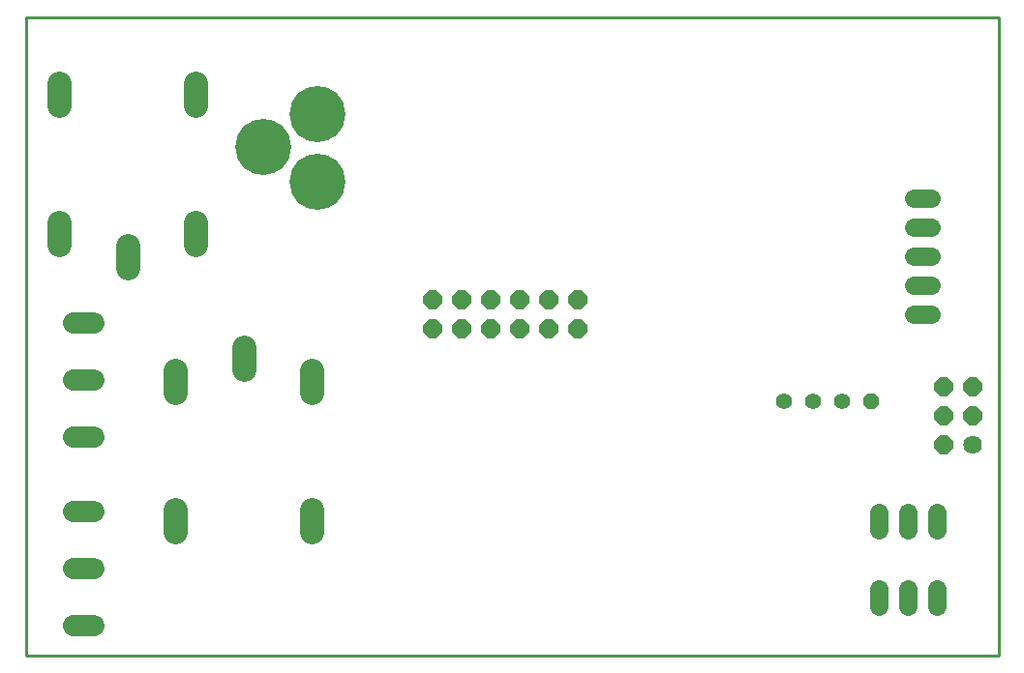
<source format=gbs>
G75*
%MOIN*%
%OFA0B0*%
%FSLAX25Y25*%
%IPPOS*%
%LPD*%
%AMOC8*
5,1,8,0,0,1.08239X$1,22.5*
%
%ADD10C,0.01000*%
%ADD11OC8,0.05550*%
%ADD12C,0.05550*%
%ADD13C,0.06400*%
%ADD14C,0.06400*%
%ADD15OC8,0.06400*%
%ADD16C,0.07450*%
%ADD17C,0.19298*%
%ADD18C,0.08200*%
D10*
X0007379Y0001500D02*
X0007379Y0221500D01*
X0342379Y0221500D01*
X0342379Y0001500D01*
X0007379Y0001500D01*
D11*
X0298629Y0089000D03*
D12*
X0288629Y0089000D03*
X0278629Y0089000D03*
X0268629Y0089000D03*
D13*
X0313129Y0119000D02*
X0319129Y0119000D01*
X0319129Y0129000D02*
X0313129Y0129000D01*
X0313129Y0139000D02*
X0319129Y0139000D01*
X0319129Y0149000D02*
X0313129Y0149000D01*
X0313129Y0159000D02*
X0319129Y0159000D01*
X0321129Y0050750D02*
X0321129Y0044750D01*
X0311129Y0044750D02*
X0311129Y0050750D01*
X0301129Y0050750D02*
X0301129Y0044750D01*
X0301129Y0024500D02*
X0301129Y0018500D01*
X0311129Y0018500D02*
X0311129Y0024500D01*
X0321129Y0024500D02*
X0321129Y0018500D01*
D14*
X0333629Y0074000D03*
D15*
X0323629Y0074000D03*
X0323629Y0084000D03*
X0333629Y0084000D03*
X0333629Y0094000D03*
X0323629Y0094000D03*
X0197379Y0114000D03*
X0187379Y0114000D03*
X0177379Y0114000D03*
X0167379Y0114000D03*
X0157379Y0114000D03*
X0147379Y0114000D03*
X0147379Y0124000D03*
X0157379Y0124000D03*
X0167379Y0124000D03*
X0177379Y0124000D03*
X0187379Y0124000D03*
X0197379Y0124000D03*
D16*
X0030825Y0116185D02*
X0023775Y0116185D01*
X0023775Y0096500D02*
X0030825Y0096500D01*
X0030825Y0076815D02*
X0023775Y0076815D01*
X0023775Y0051185D02*
X0030825Y0051185D01*
X0030825Y0031500D02*
X0023775Y0031500D01*
X0023775Y0011815D02*
X0030825Y0011815D01*
D17*
X0107772Y0164925D03*
X0089269Y0176736D03*
X0107772Y0188154D03*
D18*
X0065879Y0191100D02*
X0065879Y0198900D01*
X0018879Y0198900D02*
X0018879Y0191100D01*
X0018879Y0150900D02*
X0018879Y0143100D01*
X0042379Y0142900D02*
X0042379Y0135100D01*
X0065879Y0143100D02*
X0065879Y0150900D01*
X0082379Y0107900D02*
X0082379Y0100100D01*
X0105879Y0099900D02*
X0105879Y0092100D01*
X0058879Y0092100D02*
X0058879Y0099900D01*
X0058879Y0051900D02*
X0058879Y0044100D01*
X0105879Y0044100D02*
X0105879Y0051900D01*
M02*

</source>
